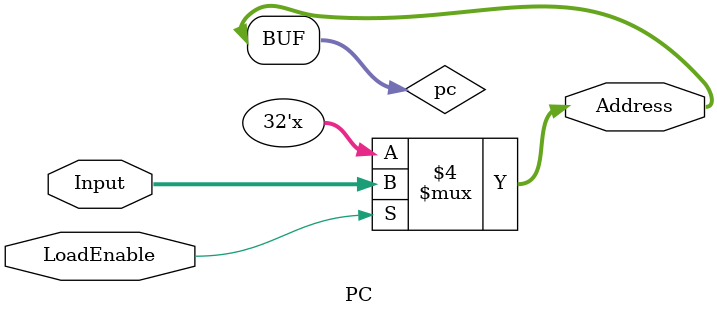
<source format=v>
module PC(Input, Address, LoadEnable);

	input [31:0]  Input;
	input LoadEnable;
	output [31:0]  Address;

    	reg [31:0] pc;

	assign Address = pc;

	initial begin
		pc <= 32'h00000000;
	end

	always @(*) begin
		if (LoadEnable == 1) begin
			pc <= Input;
		end
	end
endmodule
</source>
